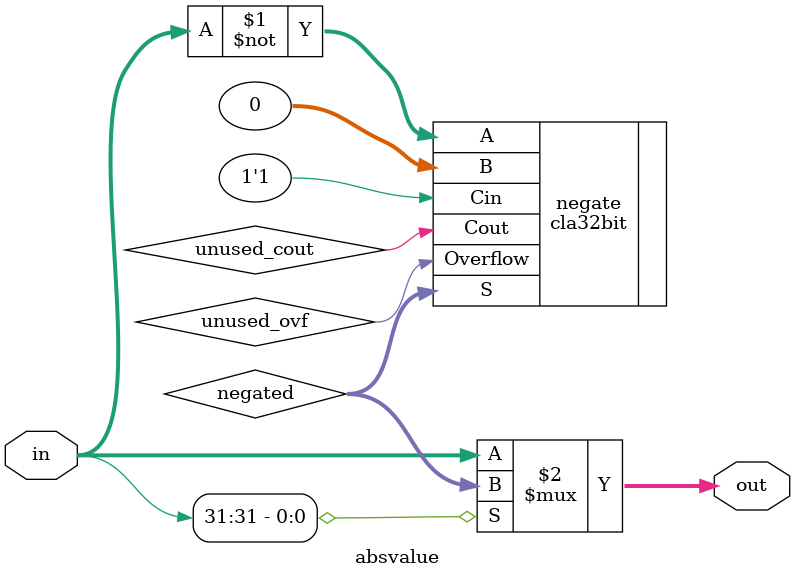
<source format=v>
module absvalue(
    input [31:0] in,
    output [31:0] out
);
    wire [31:0] negated;
    wire unused_cout, unused_ovf;
    
    cla32bit negate(
        .A(~in),
        .B(32'b0),
        .Cin(1'b1),
        .S(negated),
        .Cout(unused_cout),
        .Overflow(unused_ovf)
    );
    
    assign out = in[31] ? negated : in;
endmodule
</source>
